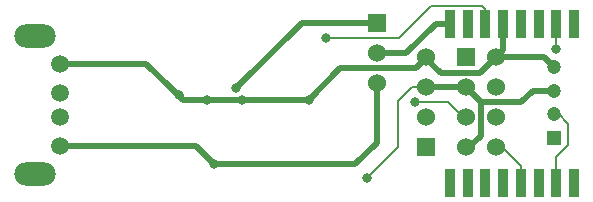
<source format=gbl>
G04 (created by PCBNEW (2013-07-07 BZR 4022)-stable) date 25/03/2015 14:08:15*
%MOIN*%
G04 Gerber Fmt 3.4, Leading zero omitted, Abs format*
%FSLAX34Y34*%
G01*
G70*
G90*
G04 APERTURE LIST*
%ADD10C,0.00590551*%
%ADD11R,0.0472441X0.0472441*%
%ADD12C,0.0472441*%
%ADD13R,0.0354331X0.0944882*%
%ADD14O,0.137795X0.0787402*%
%ADD15C,0.0590551*%
%ADD16R,0.06X0.06*%
%ADD17C,0.06*%
%ADD18C,0.0314961*%
%ADD19C,0.019685*%
%ADD20C,0.00787402*%
G04 APERTURE END LIST*
G54D10*
G54D11*
X68818Y-39291D03*
G54D12*
X68818Y-38503D03*
X68818Y-37716D03*
X68818Y-36929D03*
G54D13*
X65356Y-40794D03*
X65946Y-40794D03*
X66537Y-40794D03*
X67127Y-40794D03*
X67718Y-40794D03*
X68309Y-40794D03*
X68899Y-40794D03*
X69490Y-40794D03*
X65356Y-35479D03*
X65946Y-35479D03*
X66537Y-35479D03*
X67127Y-35479D03*
X67718Y-35479D03*
X68309Y-35479D03*
X68899Y-35479D03*
X69490Y-35479D03*
G54D14*
X51515Y-35885D03*
X51515Y-40492D03*
G54D15*
X52342Y-38582D03*
X52342Y-37795D03*
X52342Y-36811D03*
X52342Y-39566D03*
G54D16*
X62913Y-35456D03*
G54D17*
X62913Y-36456D03*
X62913Y-37456D03*
G54D16*
X65877Y-36610D03*
G54D17*
X65877Y-37610D03*
X65877Y-38610D03*
X65877Y-39610D03*
X66877Y-36610D03*
X66877Y-37610D03*
X66877Y-38610D03*
X66877Y-39610D03*
G54D16*
X64566Y-39610D03*
G54D17*
X64566Y-38610D03*
X64566Y-37610D03*
X64566Y-36610D03*
G54D18*
X58233Y-37637D03*
X57480Y-40157D03*
X68897Y-36338D03*
X61220Y-35944D03*
X64173Y-38110D03*
X62598Y-40629D03*
X56338Y-37874D03*
X60649Y-38011D03*
X58425Y-38031D03*
X57244Y-38031D03*
G54D19*
X62913Y-35456D02*
X60414Y-35456D01*
X60414Y-35456D02*
X58233Y-37637D01*
X62913Y-37456D02*
X62913Y-39448D01*
X62913Y-39448D02*
X62204Y-40157D01*
X62204Y-40157D02*
X57480Y-40157D01*
X52342Y-39566D02*
X56889Y-39566D01*
X56889Y-39566D02*
X57480Y-40157D01*
G54D20*
X68899Y-36336D02*
X68899Y-35479D01*
X68897Y-36338D02*
X68899Y-36336D01*
X62519Y-35944D02*
X61220Y-35944D01*
X62952Y-35944D02*
X62519Y-35944D01*
X66537Y-35001D02*
X66537Y-35479D01*
X66417Y-34881D02*
X66537Y-35001D01*
X64724Y-34881D02*
X66417Y-34881D01*
X63661Y-35944D02*
X64724Y-34881D01*
X62952Y-35944D02*
X63661Y-35944D01*
X65775Y-38610D02*
X65877Y-38610D01*
X65275Y-38110D02*
X65775Y-38610D01*
X64173Y-38110D02*
X65275Y-38110D01*
X66877Y-39610D02*
X67090Y-39610D01*
X67718Y-40238D02*
X67718Y-40794D01*
X67090Y-39610D02*
X67718Y-40238D01*
X68818Y-38503D02*
X68976Y-38503D01*
X68899Y-39919D02*
X68899Y-40794D01*
X69291Y-39527D02*
X68899Y-39919D01*
X69291Y-38818D02*
X69291Y-39527D01*
X68976Y-38503D02*
X69291Y-38818D01*
X63622Y-39606D02*
X63622Y-38228D01*
X63622Y-38070D02*
X63622Y-38228D01*
X64082Y-37610D02*
X63622Y-38070D01*
X64566Y-37610D02*
X64082Y-37610D01*
X62598Y-40629D02*
X63622Y-39606D01*
G54D19*
X65356Y-35479D02*
X64875Y-35479D01*
X63897Y-36456D02*
X62913Y-36456D01*
X64875Y-35479D02*
X63897Y-36456D01*
X65877Y-39610D02*
X65980Y-39610D01*
X66377Y-39212D02*
X66377Y-38110D01*
X65980Y-39610D02*
X66377Y-39212D01*
X65877Y-37610D02*
X66377Y-38110D01*
X68110Y-37716D02*
X68818Y-37716D01*
X67716Y-38110D02*
X68110Y-37716D01*
X66377Y-38110D02*
X67716Y-38110D01*
X64566Y-37610D02*
X65877Y-37610D01*
G54D20*
X56338Y-37874D02*
X56318Y-37893D01*
G54D19*
X67127Y-35479D02*
X67127Y-36360D01*
X67127Y-36360D02*
X66877Y-36610D01*
X66877Y-36610D02*
X68500Y-36610D01*
X68500Y-36610D02*
X68818Y-36929D01*
X64566Y-36610D02*
X64566Y-36653D01*
X66362Y-37125D02*
X66877Y-36610D01*
X65039Y-37125D02*
X66362Y-37125D01*
X64566Y-36653D02*
X65039Y-37125D01*
X64566Y-36610D02*
X64566Y-36614D01*
X61692Y-36968D02*
X60649Y-38011D01*
X64212Y-36968D02*
X61692Y-36968D01*
X64566Y-36614D02*
X64212Y-36968D01*
X60649Y-38011D02*
X60629Y-38031D01*
X60629Y-38031D02*
X58425Y-38031D01*
X52342Y-36811D02*
X55236Y-36811D01*
X55236Y-36811D02*
X56062Y-37637D01*
X56456Y-38031D02*
X57244Y-38031D01*
X56318Y-37893D02*
X56456Y-38031D01*
X56062Y-37637D02*
X56318Y-37893D01*
X57244Y-38031D02*
X58425Y-38031D01*
M02*

</source>
